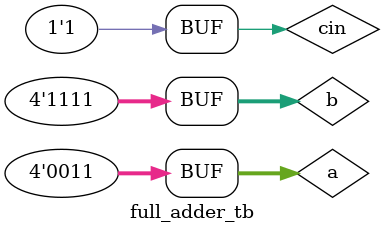
<source format=v>
module full_adder_data_flow (
        input [3:0] a,
        input [3:0] b,
		input cin,
		output [3:0] sum,
        output  cout
        );
    assign {cout,sum} = a + b + cin;
endmodule

module full_adder_carry_lookahead (
        input [3:0] a,
        input [3:0] b,
		input cin,
		output [3:0] sum,
        output  cout
        );
    wire [3:0] p;
	wire [3:0] g;
	wire [3:0] c;
	assign p = a ^ b; // propagate 
	assign g = a & b; // generate
	assign c[0] = cin;
	assign c[1] = g[0] | (p[0] & cin);
	assign c[2] = g[1] | (p[1] & g[0]) | (p[1] & p[0] & cin);
	assign c[3] = g[2] | (p[2] & g[1]) | (p[2] & p[1] & g[0]) | (p[2] & p[1] & p[0] & cin);
	assign cout = g[3] | (p[3] & g[2]) | (p[3] & p[2] & g[1]) | (p[3] & p[2] & p[1] & g[0]) | (p[3] & p[2] & p[1] & p[0] & cin);
	assign sum = p ^ c;
endmodule

module full_adder_tb;
	// Inputs
	reg [3:0] a;
    reg [3:0] b;
    reg cin;
	// Outputs
    // full adder data flow(concatenation)
	wire [3:0] sum1;
    wire cout1;
    // full adder carry look ahead
    wire [3:0] sum2;
    wire cout2;
	// Instantiate the Unit Under Test (UUT) {for data flow full adder}
	full_adder_data_flow uut1 (
		.a(a), 
		.b(b),
		.cin(cin),
		.sum(sum1),
		.cout(cout1)
	);
	// Instantiate the Unit Under Test (UUT) {for carry look-ahead full adder}
	full_adder_carry_lookahead uut2 (
		.a(a), 
		.b(b),
		.cin(cin),
		.sum(sum2),
		.cout(cout2)
	);

 
	initial begin	
		$dumpfile("test.vcd");
    	$dumpvars(0,full_adder_tb);
	end

	initial begin
	// Initialize Inputs
	#0  a=1011;b=0011;cin=0;
	#10 b=0100;
	#10 b=0101;
	#10 b=0110;
	#10 b=0111;
	#10 cin=1;b=0011;
	#10 b=0100;
	#10 b=0101;
	#10 b=0110;
	#10 b=0111;
    #10;
	end  

	initial begin
		$monitor("\nt=%3d : a=%b | b=%b | cin=%b\nData flow full adder:-\n\tsum=%b | cout=%b \nCarry look-ahead full adder:-\n\tsum=%b | cout=%b ",$time,a,b,cin,sum1,cout1,sum2,cout2);
	end
 
endmodule
</source>
